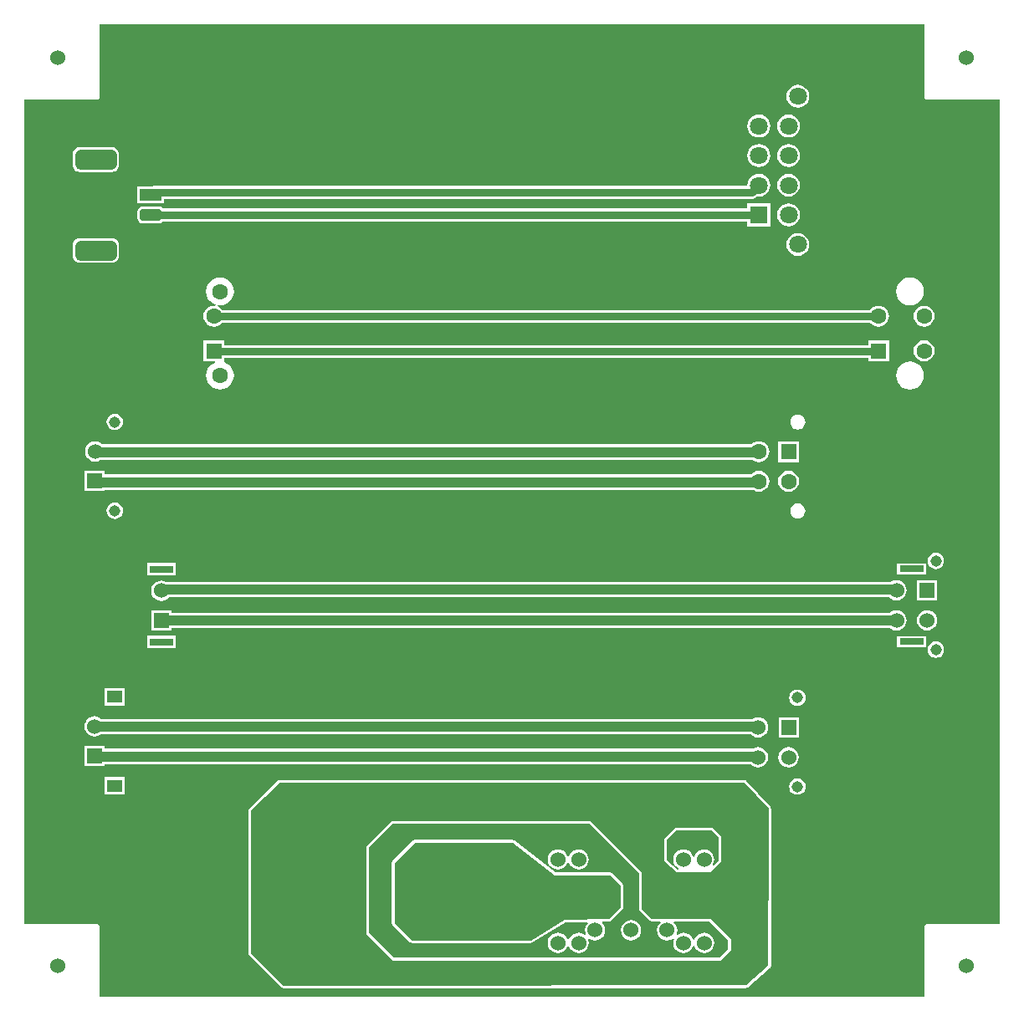
<source format=gtl>
G04*
G04 #@! TF.GenerationSoftware,Altium Limited,Altium Designer,19.1.9 (167)*
G04*
G04 Layer_Physical_Order=1*
G04 Layer_Color=255*
%FSLAX25Y25*%
%MOIN*%
G70*
G01*
G75*
%ADD13C,0.01000*%
G04:AMPARAMS|DCode=15|XSize=47.24mil|YSize=86.61mil|CornerRadius=11.81mil|HoleSize=0mil|Usage=FLASHONLY|Rotation=270.000|XOffset=0mil|YOffset=0mil|HoleType=Round|Shape=RoundedRectangle|*
%AMROUNDEDRECTD15*
21,1,0.04724,0.06299,0,0,270.0*
21,1,0.02362,0.08661,0,0,270.0*
1,1,0.02362,-0.03150,-0.01181*
1,1,0.02362,-0.03150,0.01181*
1,1,0.02362,0.03150,0.01181*
1,1,0.02362,0.03150,-0.01181*
%
%ADD15ROUNDEDRECTD15*%
%ADD16R,0.08661X0.04724*%
G04:AMPARAMS|DCode=17|XSize=78.74mil|YSize=165.35mil|CornerRadius=19.68mil|HoleSize=0mil|Usage=FLASHONLY|Rotation=270.000|XOffset=0mil|YOffset=0mil|HoleType=Round|Shape=RoundedRectangle|*
%AMROUNDEDRECTD17*
21,1,0.07874,0.12598,0,0,270.0*
21,1,0.03937,0.16535,0,0,270.0*
1,1,0.03937,-0.06299,-0.01968*
1,1,0.03937,-0.06299,0.01968*
1,1,0.03937,0.06299,0.01968*
1,1,0.03937,0.06299,-0.01968*
%
%ADD17ROUNDEDRECTD17*%
%ADD35C,0.03000*%
%ADD36C,0.04000*%
%ADD37R,0.14600X0.14600*%
%ADD38C,0.14600*%
%ADD39R,0.06000X0.06000*%
%ADD40C,0.06000*%
%ADD41R,0.06000X0.05000*%
%ADD42R,0.09500X0.03000*%
%ADD43C,0.04500*%
%ADD44C,0.08858*%
%ADD45R,0.06299X0.06299*%
%ADD46C,0.06299*%
%ADD47R,0.09500X0.02500*%
%ADD48C,0.07087*%
%ADD49R,0.07087X0.07087*%
G36*
X361185Y362205D02*
X361263Y361814D01*
X361484Y361484D01*
X361815Y361263D01*
X362205Y361185D01*
X391152D01*
X391152Y32516D01*
X362205D01*
X361815Y32438D01*
X361484Y32217D01*
X361263Y31886D01*
X361185Y31496D01*
Y3533D01*
X32516D01*
Y31496D01*
X32438Y31886D01*
X32217Y32217D01*
X31886Y32438D01*
X31496Y32516D01*
X2549D01*
X2549Y361185D01*
X31496D01*
X31886Y361263D01*
X32217Y361484D01*
X32438Y361814D01*
X32516Y362205D01*
Y391152D01*
X361185D01*
Y362205D01*
D02*
G37*
%LPC*%
G36*
X310701Y367016D02*
X309515Y366859D01*
X308410Y366402D01*
X307460Y365673D01*
X306732Y364724D01*
X306274Y363619D01*
X306118Y362433D01*
X306274Y361247D01*
X306732Y360142D01*
X307460Y359193D01*
X308410Y358465D01*
X309515Y358007D01*
X310701Y357851D01*
X311887Y358007D01*
X312992Y358465D01*
X313941Y359193D01*
X314669Y360142D01*
X315127Y361247D01*
X315283Y362433D01*
X315127Y363619D01*
X314669Y364724D01*
X313941Y365673D01*
X312992Y366402D01*
X311887Y366859D01*
X310701Y367016D01*
D02*
G37*
G36*
X307000Y355205D02*
X305814Y355048D01*
X304709Y354591D01*
X303760Y353862D01*
X303031Y352913D01*
X302574Y351808D01*
X302417Y350622D01*
X302574Y349436D01*
X303031Y348331D01*
X303760Y347382D01*
X304709Y346654D01*
X305814Y346196D01*
X307000Y346040D01*
X308186Y346196D01*
X309291Y346654D01*
X310240Y347382D01*
X310969Y348331D01*
X311426Y349436D01*
X311582Y350622D01*
X311426Y351808D01*
X310969Y352913D01*
X310240Y353862D01*
X309291Y354591D01*
X308186Y355048D01*
X307000Y355205D01*
D02*
G37*
G36*
X295189D02*
X294003Y355048D01*
X292898Y354591D01*
X291949Y353862D01*
X291220Y352913D01*
X290763Y351808D01*
X290606Y350622D01*
X290763Y349436D01*
X291220Y348331D01*
X291949Y347382D01*
X292898Y346654D01*
X294003Y346196D01*
X295189Y346040D01*
X296375Y346196D01*
X297480Y346654D01*
X298429Y347382D01*
X299158Y348331D01*
X299615Y349436D01*
X299771Y350622D01*
X299615Y351808D01*
X299158Y352913D01*
X298429Y353862D01*
X297480Y354591D01*
X296375Y355048D01*
X295189Y355205D01*
D02*
G37*
G36*
X307000Y343393D02*
X305814Y343237D01*
X304709Y342780D01*
X303760Y342051D01*
X303031Y341102D01*
X302574Y339997D01*
X302417Y338811D01*
X302574Y337625D01*
X303031Y336520D01*
X303760Y335571D01*
X304709Y334842D01*
X305814Y334385D01*
X307000Y334228D01*
X308186Y334385D01*
X309291Y334842D01*
X310240Y335571D01*
X310969Y336520D01*
X311426Y337625D01*
X311582Y338811D01*
X311426Y339997D01*
X310969Y341102D01*
X310240Y342051D01*
X309291Y342780D01*
X308186Y343237D01*
X307000Y343393D01*
D02*
G37*
G36*
X295189D02*
X294003Y343237D01*
X292898Y342780D01*
X291949Y342051D01*
X291220Y341102D01*
X290763Y339997D01*
X290606Y338811D01*
X290763Y337625D01*
X291220Y336520D01*
X291949Y335571D01*
X292898Y334842D01*
X294003Y334385D01*
X295189Y334228D01*
X296375Y334385D01*
X297480Y334842D01*
X298429Y335571D01*
X299158Y336520D01*
X299615Y337625D01*
X299771Y338811D01*
X299615Y339997D01*
X299158Y341102D01*
X298429Y342051D01*
X297480Y342780D01*
X296375Y343237D01*
X295189Y343393D01*
D02*
G37*
G36*
X37299Y342183D02*
X24701D01*
X23926Y342081D01*
X23204Y341782D01*
X22584Y341306D01*
X22108Y340686D01*
X21809Y339964D01*
X21707Y339189D01*
Y335252D01*
X21809Y334477D01*
X22108Y333755D01*
X22584Y333135D01*
X23204Y332659D01*
X23926Y332360D01*
X24701Y332258D01*
X37299D01*
X38074Y332360D01*
X38796Y332659D01*
X39416Y333135D01*
X39892Y333755D01*
X40191Y334477D01*
X40293Y335252D01*
Y339189D01*
X40191Y339964D01*
X39892Y340686D01*
X39416Y341306D01*
X38796Y341782D01*
X38074Y342081D01*
X37299Y342183D01*
D02*
G37*
G36*
X307000Y331582D02*
X305814Y331426D01*
X304709Y330969D01*
X303760Y330240D01*
X303031Y329291D01*
X302574Y328186D01*
X302417Y327000D01*
X302574Y325814D01*
X303031Y324709D01*
X303760Y323760D01*
X304709Y323031D01*
X305814Y322574D01*
X307000Y322417D01*
X308186Y322574D01*
X309291Y323031D01*
X310240Y323760D01*
X310969Y324709D01*
X311426Y325814D01*
X311582Y327000D01*
X311426Y328186D01*
X310969Y329291D01*
X310240Y330240D01*
X309291Y330969D01*
X308186Y331426D01*
X307000Y331582D01*
D02*
G37*
G36*
X295189D02*
X294003Y331426D01*
X292898Y330969D01*
X291949Y330240D01*
X291220Y329291D01*
X290763Y328186D01*
X290606Y327000D01*
X290387Y326750D01*
X54122D01*
X53147Y326556D01*
X52928Y326409D01*
X47638D01*
Y319685D01*
X58299D01*
Y321652D01*
X292390D01*
X293365Y321846D01*
X294192Y322398D01*
X294325Y322531D01*
X295189Y322417D01*
X296375Y322574D01*
X297480Y323031D01*
X298429Y323760D01*
X299158Y324709D01*
X299615Y325814D01*
X299771Y327000D01*
X299615Y328186D01*
X299158Y329291D01*
X298429Y330240D01*
X297480Y330969D01*
X296375Y331426D01*
X295189Y331582D01*
D02*
G37*
G36*
X299732Y319732D02*
X290646D01*
Y317722D01*
X57827D01*
X57691Y317927D01*
X56969Y318409D01*
X56118Y318578D01*
X49819D01*
X48968Y318409D01*
X48246Y317927D01*
X47764Y317205D01*
X47595Y316354D01*
Y313992D01*
X47764Y313141D01*
X48246Y312420D01*
X48968Y311938D01*
X49819Y311768D01*
X56118D01*
X56969Y311938D01*
X57691Y312420D01*
X57827Y312624D01*
X290646D01*
Y310646D01*
X299732D01*
Y319732D01*
D02*
G37*
G36*
X307000Y319772D02*
X305814Y319615D01*
X304709Y319158D01*
X303760Y318429D01*
X303031Y317480D01*
X302574Y316375D01*
X302417Y315189D01*
X302574Y314003D01*
X303031Y312898D01*
X303760Y311949D01*
X304709Y311220D01*
X305814Y310763D01*
X307000Y310607D01*
X308186Y310763D01*
X309291Y311220D01*
X310240Y311949D01*
X310969Y312898D01*
X311426Y314003D01*
X311582Y315189D01*
X311426Y316375D01*
X310969Y317480D01*
X310240Y318429D01*
X309291Y319158D01*
X308186Y319615D01*
X307000Y319772D01*
D02*
G37*
G36*
X310701Y307961D02*
X309515Y307804D01*
X308410Y307347D01*
X307460Y306618D01*
X306732Y305669D01*
X306274Y304564D01*
X306118Y303378D01*
X306274Y302192D01*
X306732Y301087D01*
X307460Y300138D01*
X308410Y299409D01*
X309515Y298952D01*
X310701Y298796D01*
X311887Y298952D01*
X312992Y299409D01*
X313941Y300138D01*
X314669Y301087D01*
X315127Y302192D01*
X315283Y303378D01*
X315127Y304564D01*
X314669Y305669D01*
X313941Y306618D01*
X312992Y307347D01*
X311887Y307804D01*
X310701Y307961D01*
D02*
G37*
G36*
X37299Y305963D02*
X24701D01*
X23926Y305861D01*
X23204Y305561D01*
X22584Y305086D01*
X22108Y304466D01*
X21809Y303743D01*
X21707Y302969D01*
Y299031D01*
X21809Y298257D01*
X22108Y297534D01*
X22584Y296914D01*
X23204Y296439D01*
X23926Y296139D01*
X24701Y296037D01*
X37299D01*
X38074Y296139D01*
X38796Y296439D01*
X39416Y296914D01*
X39892Y297534D01*
X40191Y298257D01*
X40293Y299031D01*
Y302969D01*
X40191Y303743D01*
X39892Y304466D01*
X39416Y305086D01*
X38796Y305561D01*
X38074Y305861D01*
X37299Y305963D01*
D02*
G37*
G36*
X355410Y290197D02*
X353966Y290007D01*
X352622Y289450D01*
X351467Y288564D01*
X350581Y287410D01*
X350024Y286065D01*
X349834Y284622D01*
X350024Y283179D01*
X350581Y281834D01*
X351467Y280680D01*
X352622Y279794D01*
X353966Y279237D01*
X355410Y279047D01*
X356852Y279237D01*
X358197Y279794D01*
X359352Y280680D01*
X360238Y281834D01*
X360795Y283179D01*
X360985Y284622D01*
X360795Y286065D01*
X360238Y287410D01*
X359352Y288564D01*
X358197Y289450D01*
X356852Y290007D01*
X355410Y290197D01*
D02*
G37*
G36*
X80480D02*
X79037Y290007D01*
X77693Y289450D01*
X76538Y288564D01*
X75652Y287410D01*
X75095Y286065D01*
X74905Y284622D01*
X75095Y283179D01*
X75652Y281834D01*
X76538Y280680D01*
X77693Y279794D01*
X78698Y279377D01*
X78567Y278890D01*
X78000Y278965D01*
X76917Y278822D01*
X75907Y278404D01*
X75041Y277739D01*
X74375Y276872D01*
X73957Y275863D01*
X73815Y274780D01*
X73957Y273696D01*
X74375Y272687D01*
X75041Y271820D01*
X75907Y271155D01*
X76917Y270737D01*
X78000Y270594D01*
X79083Y270737D01*
X80093Y271155D01*
X80959Y271820D01*
X81256Y272207D01*
X339633Y272207D01*
X339930Y271820D01*
X340797Y271155D01*
X341807Y270737D01*
X342890Y270594D01*
X343973Y270737D01*
X344983Y271155D01*
X345849Y271820D01*
X346514Y272687D01*
X346933Y273696D01*
X347075Y274780D01*
X346933Y275863D01*
X346514Y276872D01*
X345849Y277739D01*
X344983Y278404D01*
X343973Y278822D01*
X342890Y278965D01*
X341807Y278822D01*
X340797Y278404D01*
X339930Y277739D01*
X339597Y277305D01*
X81293Y277305D01*
X80959Y277739D01*
X80093Y278404D01*
X79423Y278682D01*
X79553Y279169D01*
X80480Y279047D01*
X81923Y279237D01*
X83268Y279794D01*
X84423Y280680D01*
X85309Y281834D01*
X85866Y283179D01*
X86056Y284622D01*
X85866Y286065D01*
X85309Y287410D01*
X84423Y288564D01*
X83268Y289450D01*
X81923Y290007D01*
X80480Y290197D01*
D02*
G37*
G36*
X361000Y278965D02*
X359917Y278822D01*
X358907Y278404D01*
X358040Y277739D01*
X357375Y276872D01*
X356957Y275863D01*
X356815Y274780D01*
X356957Y273696D01*
X357375Y272687D01*
X358040Y271820D01*
X358907Y271155D01*
X359917Y270737D01*
X361000Y270594D01*
X362083Y270737D01*
X363093Y271155D01*
X363960Y271820D01*
X364625Y272687D01*
X365043Y273696D01*
X365185Y274780D01*
X365043Y275863D01*
X364625Y276872D01*
X363960Y277739D01*
X363093Y278404D01*
X362083Y278822D01*
X361000Y278965D01*
D02*
G37*
G36*
X347039Y265150D02*
X338740D01*
Y263329D01*
X82150Y263329D01*
Y265150D01*
X73850D01*
Y256850D01*
X78473D01*
X78573Y256350D01*
X77693Y255986D01*
X76538Y255100D01*
X75652Y253945D01*
X75095Y252601D01*
X74905Y251157D01*
X75095Y249714D01*
X75652Y248370D01*
X76538Y247215D01*
X77693Y246329D01*
X79037Y245772D01*
X80480Y245582D01*
X81923Y245772D01*
X83268Y246329D01*
X84423Y247215D01*
X85309Y248370D01*
X85866Y249714D01*
X86056Y251157D01*
X85866Y252601D01*
X85309Y253945D01*
X84423Y255100D01*
X83268Y255986D01*
X82269Y256400D01*
X82150Y256850D01*
X82150Y256990D01*
Y258230D01*
X338740Y258230D01*
Y256850D01*
X347039D01*
Y265150D01*
D02*
G37*
G36*
X361000Y265185D02*
X359917Y265043D01*
X358907Y264625D01*
X358040Y263960D01*
X357375Y263093D01*
X356957Y262083D01*
X356815Y261000D01*
X356957Y259917D01*
X357375Y258907D01*
X358040Y258040D01*
X358907Y257375D01*
X359917Y256957D01*
X361000Y256815D01*
X362083Y256957D01*
X363093Y257375D01*
X363960Y258040D01*
X364625Y258907D01*
X365043Y259917D01*
X365185Y261000D01*
X365043Y262083D01*
X364625Y263093D01*
X363960Y263960D01*
X363093Y264625D01*
X362083Y265043D01*
X361000Y265185D01*
D02*
G37*
G36*
X355410Y256733D02*
X353966Y256543D01*
X352622Y255986D01*
X351467Y255100D01*
X350581Y253945D01*
X350024Y252601D01*
X349834Y251157D01*
X350024Y249714D01*
X350581Y248370D01*
X351467Y247215D01*
X352622Y246329D01*
X353966Y245772D01*
X355410Y245582D01*
X356852Y245772D01*
X358197Y246329D01*
X359352Y247215D01*
X360238Y248370D01*
X360795Y249714D01*
X360985Y251157D01*
X360795Y252601D01*
X360238Y253945D01*
X359352Y255100D01*
X358197Y255986D01*
X356852Y256543D01*
X355410Y256733D01*
D02*
G37*
G36*
X310701Y235656D02*
X309916Y235553D01*
X309184Y235249D01*
X308556Y234767D01*
X308073Y234139D01*
X307770Y233407D01*
X307667Y232622D01*
X307770Y231837D01*
X308073Y231105D01*
X308556Y230477D01*
X309184Y229995D01*
X309916Y229692D01*
X310701Y229588D01*
X311486Y229692D01*
X312218Y229995D01*
X312846Y230477D01*
X313328Y231105D01*
X313631Y231837D01*
X313735Y232622D01*
X313631Y233407D01*
X313328Y234139D01*
X312846Y234767D01*
X312218Y235249D01*
X311486Y235553D01*
X310701Y235656D01*
D02*
G37*
G36*
X38609Y235944D02*
X37760Y235833D01*
X36970Y235505D01*
X36291Y234984D01*
X35770Y234305D01*
X35442Y233515D01*
X35331Y232666D01*
X35442Y231818D01*
X35770Y231027D01*
X36291Y230348D01*
X36970Y229827D01*
X37760Y229500D01*
X38609Y229388D01*
X39457Y229500D01*
X40248Y229827D01*
X40927Y230348D01*
X41447Y231027D01*
X41775Y231818D01*
X41887Y232666D01*
X41775Y233515D01*
X41447Y234305D01*
X40927Y234984D01*
X40248Y235505D01*
X39457Y235833D01*
X38609Y235944D01*
D02*
G37*
G36*
X295189Y224996D02*
X294106Y224854D01*
X293096Y224436D01*
X292229Y223771D01*
X292172Y223695D01*
X33580D01*
X33562Y223719D01*
X32726Y224360D01*
X31753Y224763D01*
X30709Y224901D01*
X29664Y224763D01*
X28691Y224360D01*
X27856Y223719D01*
X27215Y222883D01*
X26812Y221910D01*
X26674Y220866D01*
X26812Y219822D01*
X27215Y218849D01*
X27856Y218013D01*
X28691Y217372D01*
X29664Y216969D01*
X30709Y216832D01*
X31753Y216969D01*
X32726Y217372D01*
X33079Y217643D01*
X292501D01*
X293096Y217186D01*
X294106Y216768D01*
X295189Y216626D01*
X296272Y216768D01*
X297282Y217186D01*
X298148Y217851D01*
X298814Y218718D01*
X299232Y219728D01*
X299374Y220811D01*
X299232Y221894D01*
X298814Y222904D01*
X298148Y223771D01*
X297282Y224436D01*
X296272Y224854D01*
X295189Y224996D01*
D02*
G37*
G36*
X311150Y224961D02*
X302850D01*
Y216661D01*
X311150D01*
Y224961D01*
D02*
G37*
G36*
X295189Y213185D02*
X294106Y213043D01*
X293096Y212625D01*
X292229Y211960D01*
X292021Y211687D01*
X34609D01*
Y213166D01*
X26609D01*
Y205166D01*
X34609D01*
Y205635D01*
X292757D01*
X293096Y205375D01*
X294106Y204957D01*
X295189Y204815D01*
X296272Y204957D01*
X297282Y205375D01*
X298148Y206041D01*
X298814Y206907D01*
X299232Y207917D01*
X299374Y209000D01*
X299232Y210083D01*
X298814Y211093D01*
X298148Y211960D01*
X297282Y212625D01*
X296272Y213043D01*
X295189Y213185D01*
D02*
G37*
G36*
X307000D02*
X305917Y213043D01*
X304907Y212625D01*
X304041Y211960D01*
X303375Y211093D01*
X302957Y210083D01*
X302815Y209000D01*
X302957Y207917D01*
X303375Y206907D01*
X304041Y206041D01*
X304907Y205375D01*
X305917Y204957D01*
X307000Y204815D01*
X308083Y204957D01*
X309093Y205375D01*
X309960Y206041D01*
X310625Y206907D01*
X311043Y207917D01*
X311185Y209000D01*
X311043Y210083D01*
X310625Y211093D01*
X309960Y211960D01*
X309093Y212625D01*
X308083Y213043D01*
X307000Y213185D01*
D02*
G37*
G36*
X310701Y200223D02*
X309915Y200119D01*
X309184Y199816D01*
X308556Y199334D01*
X308073Y198706D01*
X307770Y197974D01*
X307667Y197189D01*
X307770Y196404D01*
X308073Y195672D01*
X308556Y195044D01*
X309184Y194562D01*
X309915Y194258D01*
X310701Y194155D01*
X311486Y194258D01*
X312218Y194562D01*
X312846Y195044D01*
X313328Y195672D01*
X313631Y196404D01*
X313735Y197189D01*
X313631Y197974D01*
X313328Y198706D01*
X312846Y199334D01*
X312218Y199816D01*
X311486Y200119D01*
X310701Y200223D01*
D02*
G37*
G36*
X38609Y200544D02*
X37760Y200432D01*
X36970Y200105D01*
X36291Y199584D01*
X35770Y198905D01*
X35442Y198115D01*
X35331Y197266D01*
X35442Y196418D01*
X35770Y195627D01*
X36291Y194948D01*
X36970Y194427D01*
X37760Y194100D01*
X38609Y193988D01*
X39457Y194100D01*
X40248Y194427D01*
X40927Y194948D01*
X41447Y195627D01*
X41775Y196418D01*
X41887Y197266D01*
X41775Y198115D01*
X41447Y198905D01*
X40927Y199584D01*
X40248Y200105D01*
X39457Y200432D01*
X38609Y200544D01*
D02*
G37*
G36*
X365705Y180521D02*
X364856Y180410D01*
X364066Y180082D01*
X363387Y179561D01*
X362866Y178882D01*
X362538Y178092D01*
X362427Y177243D01*
X362538Y176395D01*
X362866Y175604D01*
X363387Y174925D01*
X364066Y174404D01*
X364856Y174077D01*
X365705Y173965D01*
X366553Y174077D01*
X367344Y174404D01*
X368023Y174925D01*
X368544Y175604D01*
X368871Y176395D01*
X368983Y177243D01*
X368871Y178092D01*
X368544Y178882D01*
X368023Y179561D01*
X367344Y180082D01*
X366553Y180410D01*
X365705Y180521D01*
D02*
G37*
G36*
X359505Y176337D02*
X352505D01*
X352283Y176293D01*
X350255D01*
Y174265D01*
X350211Y174043D01*
X350255Y173822D01*
Y171793D01*
X352283D01*
X352505Y171749D01*
X359505D01*
X359726Y171793D01*
X361755D01*
Y173822D01*
X361799Y174043D01*
X361755Y174265D01*
Y176293D01*
X359726D01*
X359505Y176337D01*
D02*
G37*
G36*
X62837Y176354D02*
X51337D01*
Y171354D01*
X62837D01*
Y176354D01*
D02*
G37*
G36*
X350005Y169578D02*
X348960Y169440D01*
X347988Y169037D01*
X347645Y168775D01*
X59200Y168775D01*
X59104Y168848D01*
X58131Y169251D01*
X57087Y169389D01*
X56042Y169251D01*
X55069Y168848D01*
X54234Y168207D01*
X53593Y167372D01*
X53190Y166399D01*
X53052Y165354D01*
X53190Y164310D01*
X53593Y163337D01*
X54234Y162502D01*
X55069Y161860D01*
X56042Y161457D01*
X57087Y161320D01*
X58131Y161457D01*
X59104Y161860D01*
X59939Y162502D01*
X60109Y162723D01*
X347127Y162723D01*
X347152Y162690D01*
X347988Y162049D01*
X348960Y161646D01*
X350005Y161509D01*
X351049Y161646D01*
X352022Y162049D01*
X352858Y162690D01*
X353499Y163526D01*
X353902Y164499D01*
X354039Y165543D01*
X353902Y166587D01*
X353499Y167561D01*
X352858Y168396D01*
X352022Y169037D01*
X351049Y169440D01*
X350005Y169578D01*
D02*
G37*
G36*
X366205Y169543D02*
X358205D01*
Y161543D01*
X366205D01*
Y169543D01*
D02*
G37*
G36*
X350005Y157578D02*
X348960Y157440D01*
X347988Y157037D01*
X347377Y156569D01*
X61087Y156569D01*
Y157354D01*
X53087D01*
Y149354D01*
X61087D01*
Y150517D01*
X347377Y150517D01*
X347988Y150049D01*
X348960Y149646D01*
X350005Y149509D01*
X351049Y149646D01*
X352022Y150049D01*
X352858Y150690D01*
X353499Y151526D01*
X353902Y152499D01*
X354039Y153543D01*
X353902Y154587D01*
X353499Y155561D01*
X352858Y156396D01*
X352022Y157037D01*
X351049Y157440D01*
X350005Y157578D01*
D02*
G37*
G36*
X362205D02*
X361160Y157440D01*
X360188Y157037D01*
X359352Y156396D01*
X358711Y155561D01*
X358308Y154587D01*
X358170Y153543D01*
X358308Y152499D01*
X358711Y151526D01*
X359352Y150690D01*
X360188Y150049D01*
X361160Y149646D01*
X362205Y149509D01*
X363249Y149646D01*
X364222Y150049D01*
X365058Y150690D01*
X365699Y151526D01*
X366102Y152499D01*
X366239Y153543D01*
X366102Y154587D01*
X365699Y155561D01*
X365058Y156396D01*
X364222Y157037D01*
X363249Y157440D01*
X362205Y157578D01*
D02*
G37*
G36*
X359505Y147337D02*
X352505D01*
X352283Y147293D01*
X350255D01*
Y145265D01*
X350211Y145043D01*
X350255Y144822D01*
Y142793D01*
X352283D01*
X352505Y142749D01*
X359505D01*
X359726Y142793D01*
X361755D01*
Y144822D01*
X361799Y145043D01*
X361755Y145265D01*
Y147293D01*
X359726D01*
X359505Y147337D01*
D02*
G37*
G36*
X62837Y147354D02*
X51337D01*
Y142354D01*
X62837D01*
Y147354D01*
D02*
G37*
G36*
X365705Y145121D02*
X364856Y145010D01*
X364066Y144682D01*
X363387Y144161D01*
X362866Y143482D01*
X362538Y142692D01*
X362427Y141843D01*
X362538Y140995D01*
X362866Y140204D01*
X363387Y139525D01*
X364066Y139004D01*
X364856Y138677D01*
X365705Y138565D01*
X366553Y138677D01*
X367344Y139004D01*
X368023Y139525D01*
X368544Y140204D01*
X368871Y140995D01*
X368983Y141843D01*
X368871Y142692D01*
X368544Y143482D01*
X368023Y144161D01*
X367344Y144682D01*
X366553Y145010D01*
X365705Y145121D01*
D02*
G37*
G36*
X42612Y126515D02*
X34612D01*
Y119515D01*
X42612D01*
Y126515D01*
D02*
G37*
G36*
X310500Y125978D02*
X309652Y125866D01*
X308861Y125539D01*
X308182Y125018D01*
X307661Y124339D01*
X307334Y123548D01*
X307222Y122700D01*
X307334Y121852D01*
X307661Y121061D01*
X308182Y120382D01*
X308861Y119861D01*
X309652Y119534D01*
X310500Y119422D01*
X311348Y119534D01*
X312139Y119861D01*
X312818Y120382D01*
X313339Y121061D01*
X313666Y121852D01*
X313778Y122700D01*
X313666Y123548D01*
X313339Y124339D01*
X312818Y125018D01*
X312139Y125539D01*
X311348Y125866D01*
X310500Y125978D01*
D02*
G37*
G36*
X311000Y115000D02*
X303000D01*
Y107000D01*
X311000D01*
Y115000D01*
D02*
G37*
G36*
X30512Y115349D02*
X29468Y115212D01*
X28495Y114809D01*
X27659Y114168D01*
X27018Y113332D01*
X26615Y112359D01*
X26477Y111315D01*
X26615Y110271D01*
X27018Y109298D01*
X27659Y108462D01*
X28495Y107821D01*
X29468Y107418D01*
X30512Y107280D01*
X31556Y107418D01*
X32529Y107821D01*
X33009Y108189D01*
X291938D01*
X292047Y108047D01*
X292883Y107406D01*
X293856Y107003D01*
X294900Y106866D01*
X295944Y107003D01*
X296917Y107406D01*
X297753Y108047D01*
X298394Y108883D01*
X298797Y109856D01*
X298935Y110900D01*
X298797Y111944D01*
X298394Y112917D01*
X297753Y113753D01*
X296917Y114394D01*
X295944Y114797D01*
X294900Y114935D01*
X293856Y114797D01*
X292883Y114394D01*
X292683Y114241D01*
X33270D01*
X32529Y114809D01*
X31556Y115212D01*
X30512Y115349D01*
D02*
G37*
G36*
X307000Y103034D02*
X305956Y102897D01*
X304983Y102494D01*
X304147Y101853D01*
X303506Y101017D01*
X303103Y100044D01*
X302965Y99000D01*
X303103Y97956D01*
X303506Y96983D01*
X304147Y96147D01*
X304983Y95506D01*
X305956Y95103D01*
X307000Y94965D01*
X308044Y95103D01*
X309017Y95506D01*
X309853Y96147D01*
X310494Y96983D01*
X310897Y97956D01*
X311034Y99000D01*
X310897Y100044D01*
X310494Y101017D01*
X309853Y101853D01*
X309017Y102494D01*
X308044Y102897D01*
X307000Y103034D01*
D02*
G37*
G36*
X34512Y103415D02*
X26512D01*
Y95415D01*
X34512D01*
Y96289D01*
X291838D01*
X291947Y96147D01*
X292783Y95506D01*
X293756Y95103D01*
X294800Y94965D01*
X295844Y95103D01*
X296817Y95506D01*
X297653Y96147D01*
X298294Y96983D01*
X298697Y97956D01*
X298834Y99000D01*
X298697Y100044D01*
X298294Y101017D01*
X297653Y101853D01*
X296817Y102494D01*
X295844Y102897D01*
X294800Y103034D01*
X293756Y102897D01*
X292783Y102494D01*
X292583Y102341D01*
X34512D01*
Y103415D01*
D02*
G37*
G36*
X42512Y91115D02*
X34512D01*
Y84115D01*
X42512D01*
Y91115D01*
D02*
G37*
G36*
X310500Y90578D02*
X309652Y90466D01*
X308861Y90139D01*
X308182Y89618D01*
X307661Y88939D01*
X307334Y88148D01*
X307222Y87300D01*
X307334Y86452D01*
X307661Y85661D01*
X308182Y84982D01*
X308861Y84461D01*
X309652Y84134D01*
X310500Y84022D01*
X311348Y84134D01*
X312139Y84461D01*
X312818Y84982D01*
X313339Y85661D01*
X313666Y86452D01*
X313778Y87300D01*
X313666Y88148D01*
X313339Y88939D01*
X312818Y89618D01*
X312139Y90139D01*
X311348Y90466D01*
X310500Y90578D01*
D02*
G37*
G36*
X104662Y89996D02*
X104481Y89960D01*
X104299Y89929D01*
X104287Y89921D01*
X104272Y89918D01*
X104119Y89816D01*
X103962Y89718D01*
X92214Y78636D01*
X92205Y78623D01*
X92192Y78615D01*
X92090Y78461D01*
X91983Y78311D01*
X91980Y78297D01*
X91971Y78284D01*
X91935Y78103D01*
X91894Y77924D01*
X91897Y77909D01*
X91894Y77894D01*
X91894Y20866D01*
X91971Y20476D01*
X92192Y20145D01*
X105059Y7279D01*
X105389Y7058D01*
X105780Y6980D01*
X133548Y6980D01*
X133595Y6971D01*
X290001Y6990D01*
X290159Y7021D01*
X290318Y7040D01*
X290352Y7060D01*
X290391Y7068D01*
X290525Y7157D01*
X290665Y7236D01*
X299655Y14941D01*
X299679Y14972D01*
X299712Y14994D01*
X299802Y15127D01*
X299901Y15253D01*
X299911Y15292D01*
X299933Y15324D01*
X299965Y15482D01*
X300008Y15636D01*
X300003Y15676D01*
X300011Y15715D01*
Y28000D01*
Y41957D01*
X300020Y42000D01*
Y78545D01*
X299985Y78719D01*
X299958Y78894D01*
X299946Y78914D01*
X299942Y78936D01*
X299844Y79083D01*
X299752Y79234D01*
X290190Y89665D01*
X290172Y89679D01*
X290159Y89697D01*
X290012Y89796D01*
X289869Y89900D01*
X289847Y89906D01*
X289828Y89918D01*
X289655Y89953D01*
X289483Y89995D01*
X289460Y89992D01*
X289438Y89996D01*
X257000D01*
X257000Y89996D01*
X104662Y89996D01*
D02*
G37*
%LPD*%
G36*
X257000Y88976D02*
Y88976D01*
X289438D01*
X299000Y78545D01*
Y42000D01*
X298991D01*
Y28000D01*
Y15715D01*
X290001Y8010D01*
X133595Y7991D01*
X133595Y8000D01*
X105780Y8000D01*
X92913Y20866D01*
X92913Y77894D01*
X104662Y88976D01*
X257000Y88976D01*
D02*
G37*
%LPC*%
G36*
X276772Y70866D02*
X261699Y70866D01*
X257480Y66647D01*
X257480Y57480D01*
X262533Y53150D01*
X275984D01*
X280315Y57480D01*
X280315Y67323D01*
X276772Y70866D01*
D02*
G37*
G36*
X149150Y73622D02*
X138976Y63449D01*
X138976Y28346D01*
X149323Y18000D01*
X279811D01*
X284000Y22189D01*
Y26448D01*
X275803Y34646D01*
X252354Y34646D01*
X248425Y38575D01*
X248425Y53149D01*
X227953Y73622D01*
X149150Y73622D01*
D02*
G37*
%LPD*%
G36*
X279295Y66900D02*
X279295Y57903D01*
X277240Y55848D01*
X276864Y56178D01*
X276919Y56251D01*
X277322Y57223D01*
X277460Y58268D01*
X277322Y59312D01*
X276919Y60285D01*
X276278Y61121D01*
X275443Y61762D01*
X274469Y62165D01*
X273425Y62302D01*
X272381Y62165D01*
X271408Y61762D01*
X270572Y61121D01*
X269931Y60285D01*
X269551Y59368D01*
X269363Y59312D01*
X269219D01*
X269031Y59368D01*
X268652Y60285D01*
X268010Y61121D01*
X267175Y61762D01*
X266202Y62165D01*
X265158Y62302D01*
X264113Y62165D01*
X263140Y61762D01*
X262305Y61121D01*
X261664Y60285D01*
X261260Y59312D01*
X261123Y58268D01*
X261260Y57223D01*
X261664Y56251D01*
X262305Y55415D01*
X263078Y54821D01*
X263078Y54578D01*
X262989Y54295D01*
X262804Y54260D01*
X258500Y57949D01*
X258500Y66225D01*
X262122Y69846D01*
X276349Y69847D01*
X279295Y66900D01*
D02*
G37*
G36*
X227531Y72602D02*
X247406Y52727D01*
X247406Y38575D01*
X247483Y38185D01*
X247704Y37854D01*
X247704Y37854D01*
X251633Y33925D01*
X251964Y33704D01*
X252354Y33626D01*
X255969D01*
X256139Y33126D01*
X255809Y32873D01*
X255167Y32037D01*
X254764Y31064D01*
X254627Y30020D01*
X254764Y28975D01*
X255167Y28002D01*
X255809Y27167D01*
X256644Y26526D01*
X257617Y26123D01*
X258661Y25985D01*
X259706Y26123D01*
X260679Y26526D01*
X261031Y26796D01*
X261441Y26480D01*
X261260Y26044D01*
X261123Y25000D01*
X261260Y23956D01*
X261664Y22983D01*
X262305Y22147D01*
X263140Y21506D01*
X264113Y21103D01*
X265158Y20966D01*
X266202Y21103D01*
X267175Y21506D01*
X268010Y22147D01*
X268652Y22983D01*
X269031Y23900D01*
X269219Y23956D01*
X269363D01*
X269551Y23900D01*
X269931Y22983D01*
X270572Y22147D01*
X271408Y21506D01*
X272381Y21103D01*
X273425Y20966D01*
X274469Y21103D01*
X275443Y21506D01*
X276278Y22147D01*
X276919Y22983D01*
X277322Y23956D01*
X277460Y25000D01*
X277322Y26044D01*
X276919Y27017D01*
X276278Y27853D01*
X275443Y28494D01*
X274469Y28897D01*
X273425Y29035D01*
X272381Y28897D01*
X271408Y28494D01*
X270572Y27853D01*
X269931Y27017D01*
X269551Y26101D01*
X269363Y26044D01*
X269219D01*
X269031Y26101D01*
X268652Y27017D01*
X268010Y27853D01*
X267175Y28494D01*
X266202Y28897D01*
X265158Y29035D01*
X264113Y28897D01*
X263140Y28494D01*
X262788Y28224D01*
X262378Y28539D01*
X262559Y28975D01*
X262696Y30020D01*
X262559Y31064D01*
X262155Y32037D01*
X261514Y32873D01*
X261184Y33126D01*
X261354Y33626D01*
X275380Y33626D01*
X282980Y26026D01*
Y22611D01*
X279389Y19020D01*
X149745D01*
X139996Y28769D01*
X139996Y63027D01*
X149572Y72602D01*
X227531Y72602D01*
D02*
G37*
%LPC*%
G36*
X223425Y62302D02*
X222381Y62165D01*
X221408Y61762D01*
X220572Y61121D01*
X219931Y60285D01*
X219551Y59368D01*
X219363Y59312D01*
X219219D01*
X219031Y59368D01*
X218652Y60285D01*
X218010Y61121D01*
X217175Y61762D01*
X216202Y62165D01*
X215158Y62302D01*
X214113Y62165D01*
X213140Y61762D01*
X212305Y61121D01*
X211664Y60285D01*
X211260Y59312D01*
X211123Y58268D01*
X211260Y57223D01*
X211664Y56251D01*
X212305Y55415D01*
X213140Y54774D01*
X214113Y54371D01*
X215158Y54233D01*
X216202Y54371D01*
X217175Y54774D01*
X218010Y55415D01*
X218652Y56251D01*
X219031Y57167D01*
X219219Y57223D01*
X219363D01*
X219551Y57167D01*
X219931Y56251D01*
X220572Y55415D01*
X221408Y54774D01*
X222381Y54371D01*
X223425Y54233D01*
X224469Y54371D01*
X225443Y54774D01*
X226278Y55415D01*
X226919Y56251D01*
X227322Y57223D01*
X227460Y58268D01*
X227322Y59312D01*
X226919Y60285D01*
X226278Y61121D01*
X225443Y61762D01*
X224469Y62165D01*
X223425Y62302D01*
D02*
G37*
G36*
X197205Y66020D02*
X158000Y66020D01*
X157610Y65942D01*
X157279Y65721D01*
X149279Y57721D01*
X149058Y57390D01*
X148980Y57000D01*
Y33000D01*
X149058Y32610D01*
X149279Y32279D01*
X156279Y25279D01*
X156610Y25058D01*
X157000Y24980D01*
X204384Y24980D01*
X204462Y24996D01*
X204542Y24993D01*
X204655Y25034D01*
X204774Y25058D01*
X204840Y25102D01*
X204915Y25130D01*
X218037Y33142D01*
X226872Y33293D01*
X227009Y32795D01*
X226427Y32037D01*
X226024Y31064D01*
X225887Y30020D01*
X226024Y28975D01*
X226205Y28539D01*
X225794Y28224D01*
X225443Y28494D01*
X224469Y28897D01*
X223425Y29035D01*
X222381Y28897D01*
X221408Y28494D01*
X220572Y27853D01*
X219931Y27017D01*
X219551Y26101D01*
X219363Y26044D01*
X219219D01*
X219031Y26101D01*
X218652Y27017D01*
X218010Y27853D01*
X217175Y28494D01*
X216202Y28897D01*
X215158Y29035D01*
X214113Y28897D01*
X213140Y28494D01*
X212305Y27853D01*
X211664Y27017D01*
X211260Y26044D01*
X211123Y25000D01*
X211260Y23956D01*
X211664Y22983D01*
X212305Y22147D01*
X213140Y21506D01*
X214113Y21103D01*
X215158Y20966D01*
X216202Y21103D01*
X217175Y21506D01*
X218010Y22147D01*
X218652Y22983D01*
X219031Y23900D01*
X219219Y23956D01*
X219363D01*
X219551Y23900D01*
X219931Y22983D01*
X220572Y22147D01*
X221408Y21506D01*
X222381Y21103D01*
X223425Y20966D01*
X224469Y21103D01*
X225443Y21506D01*
X226278Y22147D01*
X226919Y22983D01*
X227322Y23956D01*
X227460Y25000D01*
X227322Y26044D01*
X227141Y26480D01*
X227552Y26796D01*
X227904Y26526D01*
X228877Y26123D01*
X229921Y25985D01*
X230965Y26123D01*
X231939Y26526D01*
X232774Y27167D01*
X233415Y28002D01*
X233818Y28975D01*
X233956Y30020D01*
X233818Y31064D01*
X233415Y32037D01*
X232774Y32873D01*
X232712Y32920D01*
X232869Y33395D01*
X235476Y33440D01*
X235663Y33480D01*
X235849Y33517D01*
X235857Y33522D01*
X235865Y33524D01*
X236022Y33632D01*
X236180Y33738D01*
X240879Y38436D01*
X241100Y38767D01*
X241177Y39158D01*
Y47842D01*
X241100Y48233D01*
X240879Y48564D01*
X240878Y48564D01*
X236721Y52721D01*
X236390Y52942D01*
X236000Y53020D01*
X214190Y53020D01*
X197833Y65803D01*
X197710Y65865D01*
X197595Y65942D01*
X197533Y65954D01*
X197477Y65983D01*
X197340Y65993D01*
X197205Y66020D01*
D02*
G37*
G36*
X244291Y34054D02*
X243247Y33917D01*
X242274Y33514D01*
X241439Y32873D01*
X240797Y32037D01*
X240394Y31064D01*
X240257Y30020D01*
X240394Y28975D01*
X240797Y28002D01*
X241439Y27167D01*
X242274Y26526D01*
X243247Y26123D01*
X244291Y25985D01*
X245336Y26123D01*
X246309Y26526D01*
X247144Y27167D01*
X247785Y28002D01*
X248188Y28975D01*
X248326Y30020D01*
X248188Y31064D01*
X247785Y32037D01*
X247144Y32873D01*
X246309Y33514D01*
X245336Y33917D01*
X244291Y34054D01*
D02*
G37*
%LPD*%
G36*
X213839Y52000D02*
X236000Y52000D01*
X240158Y47842D01*
Y39158D01*
X235459Y34459D01*
X217743Y34157D01*
X204384Y26000D01*
X157000Y26000D01*
X150000Y33000D01*
Y57000D01*
X158000Y65000D01*
X197205Y65000D01*
X213839Y52000D01*
D02*
G37*
D13*
X342472Y274756D02*
X342693Y274976D01*
X78024Y274756D02*
X78197Y274583D01*
X342669Y260780D02*
X342890Y261000D01*
X294923Y324467D02*
X295189Y324201D01*
X52969Y323047D02*
X54122Y324201D01*
X295173Y315173D02*
X295189Y315189D01*
X78000Y274780D02*
X78024Y274756D01*
X342496Y260606D02*
X342669Y260780D01*
X342299Y274583D02*
X342472Y274756D01*
X30512Y99415D02*
X30612Y99315D01*
X30609Y209166D02*
X31113Y208661D01*
X342496Y261394D02*
X342890Y261000D01*
X342693Y274976D02*
X342890Y274780D01*
X30709Y220866D02*
X30906Y220669D01*
X30512Y111315D02*
X30612Y111215D01*
X294013Y110013D02*
X294900Y110900D01*
X349799Y165749D02*
X350005Y165543D01*
D15*
X52969Y315173D02*
D03*
D16*
Y323047D02*
D03*
D17*
X31000Y337221D02*
D03*
Y301000D02*
D03*
D35*
X342669Y260780D02*
X342890D01*
X78000Y260780D02*
X342669Y260780D01*
X342472Y274756D02*
X342890D01*
X78000Y274756D02*
X78024D01*
X342472Y274756D01*
X292390Y324201D02*
X295189Y327000D01*
X54122Y324201D02*
X292390D01*
X52969Y315173D02*
X295173D01*
D36*
X30906Y220669D02*
X295189D01*
X57087Y165749D02*
X349799Y165749D01*
X30612Y111215D02*
X294900D01*
X31113Y208661D02*
X295189D01*
X57087Y153543D02*
X350005Y153543D01*
X30612Y99315D02*
X294800D01*
D37*
X124480Y57000D02*
D03*
D38*
X162000D02*
D03*
D39*
X30512Y99415D02*
D03*
X57087Y153354D02*
D03*
X30609Y209166D02*
D03*
X362205Y165543D02*
D03*
X307000Y111000D02*
D03*
D40*
X30512Y111315D02*
D03*
X57087Y165354D02*
D03*
X30709Y220866D02*
D03*
X265158Y58268D02*
D03*
X273425D02*
D03*
X265158Y25000D02*
D03*
X273425D02*
D03*
X223425Y58268D02*
D03*
X215158D02*
D03*
Y25000D02*
D03*
X258661Y30020D02*
D03*
X244291D02*
D03*
X229921D02*
D03*
X223425Y25000D02*
D03*
X15748Y377953D02*
D03*
X377953D02*
D03*
Y15748D02*
D03*
X15748D02*
D03*
X362205Y153543D02*
D03*
X350005D02*
D03*
Y165543D02*
D03*
X294900Y110900D02*
D03*
X294800Y99000D02*
D03*
X307000D02*
D03*
D41*
X38612Y123015D02*
D03*
X38512Y87615D02*
D03*
D42*
X57087Y173854D02*
D03*
Y144854D02*
D03*
D43*
X38609Y232666D02*
D03*
Y197266D02*
D03*
X365705Y177243D02*
D03*
Y141843D02*
D03*
X310500Y87300D02*
D03*
Y122700D02*
D03*
D44*
X233465Y43307D02*
D03*
X224410D02*
D03*
X255118D02*
D03*
X264173D02*
D03*
D45*
X342890Y261000D02*
D03*
X78000D02*
D03*
X307000Y220811D02*
D03*
D46*
X342890Y274780D02*
D03*
X361000D02*
D03*
Y261000D02*
D03*
X78000Y274780D02*
D03*
X80480Y251157D02*
D03*
Y284622D02*
D03*
X295189Y220811D02*
D03*
Y209000D02*
D03*
X307000D02*
D03*
D47*
X356005Y145043D02*
D03*
Y174043D02*
D03*
D48*
X307000Y350622D02*
D03*
Y338811D02*
D03*
Y327000D02*
D03*
Y315189D02*
D03*
X295189Y350622D02*
D03*
Y338811D02*
D03*
Y327000D02*
D03*
X310701Y362433D02*
D03*
Y303378D02*
D03*
D49*
X295189Y315189D02*
D03*
M02*

</source>
